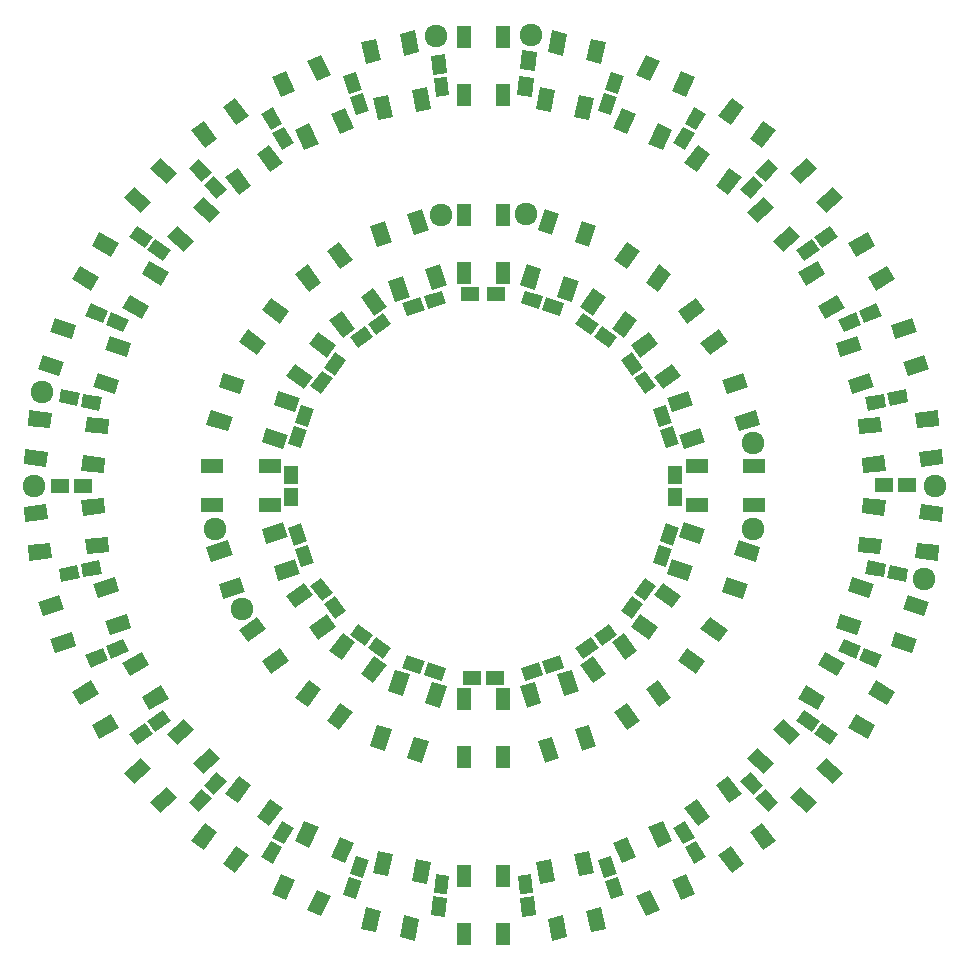
<source format=gts>
G04 #@! TF.FileFunction,Soldermask,Top*
%FSLAX46Y46*%
G04 Gerber Fmt 4.6, Leading zero omitted, Abs format (unit mm)*
G04 Created by KiCad (PCBNEW 4.0.1-stable) date 2/5/2016 11:19:17 AM*
%MOMM*%
G01*
G04 APERTURE LIST*
%ADD10C,0.100000*%
%ADD11R,1.600000X1.150000*%
%ADD12C,1.924000*%
%ADD13R,1.300000X1.900000*%
%ADD14R,1.150000X1.600000*%
%ADD15R,1.600000X1.300000*%
%ADD16R,1.900000X1.300000*%
G04 APERTURE END LIST*
D10*
G36*
X176140988Y-122311469D02*
X175286371Y-123080969D01*
X174215762Y-121891937D01*
X175070379Y-121122437D01*
X176140988Y-122311469D01*
X176140988Y-122311469D01*
G37*
G36*
X174869640Y-120899493D02*
X174015023Y-121668993D01*
X172944414Y-120479961D01*
X173799031Y-119710461D01*
X174869640Y-120899493D01*
X174869640Y-120899493D01*
G37*
G36*
X161968530Y-60426065D02*
X163062245Y-60781435D01*
X162567818Y-62303125D01*
X161474103Y-61947755D01*
X161968530Y-60426065D01*
X161968530Y-60426065D01*
G37*
G36*
X161381398Y-62233073D02*
X162475113Y-62588443D01*
X161980686Y-64110133D01*
X160886971Y-63754763D01*
X161381398Y-62233073D01*
X161381398Y-62233073D01*
G37*
G36*
X169016960Y-63432626D02*
X170012890Y-64007626D01*
X169212890Y-65393266D01*
X168216960Y-64818266D01*
X169016960Y-63432626D01*
X169016960Y-63432626D01*
G37*
G36*
X168066960Y-65078074D02*
X169062890Y-65653074D01*
X168262890Y-67038714D01*
X167266960Y-66463714D01*
X168066960Y-65078074D01*
X168066960Y-65078074D01*
G37*
G36*
X175286266Y-67838936D02*
X176140883Y-68608436D01*
X175070274Y-69797468D01*
X174215657Y-69027968D01*
X175286266Y-67838936D01*
X175286266Y-67838936D01*
G37*
G36*
X174014918Y-69250912D02*
X174869535Y-70020412D01*
X173798926Y-71209444D01*
X172944309Y-70439944D01*
X174014918Y-69250912D01*
X174014918Y-69250912D01*
G37*
G36*
X180502449Y-73452421D02*
X181178402Y-74382791D01*
X179883975Y-75323247D01*
X179208022Y-74392877D01*
X180502449Y-73452421D01*
X180502449Y-73452421D01*
G37*
G36*
X178965317Y-74569213D02*
X179641270Y-75499583D01*
X178346843Y-76440039D01*
X177670890Y-75509669D01*
X178965317Y-74569213D01*
X178965317Y-74569213D01*
G37*
G36*
X184437536Y-80027743D02*
X184905283Y-81078320D01*
X183443610Y-81729099D01*
X182975863Y-80678522D01*
X184437536Y-80027743D01*
X184437536Y-80027743D01*
G37*
G36*
X182701800Y-80800543D02*
X183169547Y-81851120D01*
X181707874Y-82501899D01*
X181240127Y-81451322D01*
X182701800Y-80800543D01*
X182701800Y-80800543D01*
G37*
G36*
X186919544Y-87277529D02*
X187158642Y-88402399D01*
X185593606Y-88735057D01*
X185354508Y-87610187D01*
X186919544Y-87277529D01*
X186919544Y-87277529D01*
G37*
G36*
X185061064Y-87672561D02*
X185300162Y-88797431D01*
X183735126Y-89130089D01*
X183496028Y-88005219D01*
X185061064Y-87672561D01*
X185061064Y-87672561D01*
G37*
D11*
X187039999Y-95459929D03*
X185139999Y-95459929D03*
D10*
G36*
X187158672Y-102517462D02*
X186919574Y-103642332D01*
X185354538Y-103309674D01*
X185593636Y-102184804D01*
X187158672Y-102517462D01*
X187158672Y-102517462D01*
G37*
G36*
X185300192Y-102122430D02*
X185061094Y-103247300D01*
X183496058Y-102914642D01*
X183735156Y-101789772D01*
X185300192Y-102122430D01*
X185300192Y-102122430D01*
G37*
G36*
X184905340Y-109841551D02*
X184437593Y-110892128D01*
X182975920Y-110241349D01*
X183443667Y-109190772D01*
X184905340Y-109841551D01*
X184905340Y-109841551D01*
G37*
G36*
X183169604Y-109068751D02*
X182701857Y-110119328D01*
X181240184Y-109468549D01*
X181707931Y-108417972D01*
X183169604Y-109068751D01*
X183169604Y-109068751D01*
G37*
G36*
X181178485Y-116537094D02*
X180502532Y-117467464D01*
X179208105Y-116527008D01*
X179884058Y-115596638D01*
X181178485Y-116537094D01*
X181178485Y-116537094D01*
G37*
G36*
X179641353Y-115420302D02*
X178965400Y-116350672D01*
X177670973Y-115410216D01*
X178346926Y-114479846D01*
X179641353Y-115420302D01*
X179641353Y-115420302D01*
G37*
G36*
X170013012Y-126912303D02*
X169017082Y-127487303D01*
X168217082Y-126101663D01*
X169213012Y-125526663D01*
X170013012Y-126912303D01*
X170013012Y-126912303D01*
G37*
G36*
X169063012Y-125266855D02*
X168067082Y-125841855D01*
X167267082Y-124456215D01*
X168263012Y-123881215D01*
X169063012Y-125266855D01*
X169063012Y-125266855D01*
G37*
G36*
X163062379Y-130138520D02*
X161968664Y-130493890D01*
X161474237Y-128972200D01*
X162567952Y-128616830D01*
X163062379Y-130138520D01*
X163062379Y-130138520D01*
G37*
G36*
X162475247Y-128331512D02*
X161381532Y-128686882D01*
X160887105Y-127165192D01*
X161980820Y-126809822D01*
X162475247Y-128331512D01*
X162475247Y-128331512D01*
G37*
G36*
X155592866Y-131849119D02*
X154449166Y-131969326D01*
X154281920Y-130378091D01*
X155425620Y-130257884D01*
X155592866Y-131849119D01*
X155592866Y-131849119D01*
G37*
G36*
X155394262Y-129959527D02*
X154250562Y-130079734D01*
X154083316Y-128488499D01*
X155227016Y-128368292D01*
X155394262Y-129959527D01*
X155394262Y-129959527D01*
G37*
G36*
X147930926Y-131969335D02*
X146787226Y-131849128D01*
X146954472Y-130257893D01*
X148098172Y-130378100D01*
X147930926Y-131969335D01*
X147930926Y-131969335D01*
G37*
G36*
X148129530Y-130079743D02*
X146985830Y-129959536D01*
X147153076Y-128368301D01*
X148296776Y-128488508D01*
X148129530Y-130079743D01*
X148129530Y-130079743D01*
G37*
G36*
X140411425Y-130493919D02*
X139317710Y-130138549D01*
X139812137Y-128616859D01*
X140905852Y-128972229D01*
X140411425Y-130493919D01*
X140411425Y-130493919D01*
G37*
G36*
X140998557Y-128686911D02*
X139904842Y-128331541D01*
X140399269Y-126809851D01*
X141492984Y-127165221D01*
X140998557Y-128686911D01*
X140998557Y-128686911D01*
G37*
G36*
X133362998Y-127487350D02*
X132367068Y-126912350D01*
X133167068Y-125526710D01*
X134162998Y-126101710D01*
X133362998Y-127487350D01*
X133362998Y-127487350D01*
G37*
G36*
X134312998Y-125841902D02*
X133317068Y-125266902D01*
X134117068Y-123881262D01*
X135112998Y-124456262D01*
X134312998Y-125841902D01*
X134312998Y-125841902D01*
G37*
G36*
X127093698Y-123081032D02*
X126239081Y-122311532D01*
X127309690Y-121122500D01*
X128164307Y-121892000D01*
X127093698Y-123081032D01*
X127093698Y-123081032D01*
G37*
G36*
X128365046Y-121669056D02*
X127510429Y-120899556D01*
X128581038Y-119710524D01*
X129435655Y-120480024D01*
X128365046Y-121669056D01*
X128365046Y-121669056D01*
G37*
G36*
X121877523Y-117467540D02*
X121201570Y-116537170D01*
X122495997Y-115596714D01*
X123171950Y-116527084D01*
X121877523Y-117467540D01*
X121877523Y-117467540D01*
G37*
G36*
X123414655Y-116350748D02*
X122738702Y-115420378D01*
X124033129Y-114479922D01*
X124709082Y-115410292D01*
X123414655Y-116350748D01*
X123414655Y-116350748D01*
G37*
G36*
X117942444Y-110892214D02*
X117474697Y-109841637D01*
X118936370Y-109190858D01*
X119404117Y-110241435D01*
X117942444Y-110892214D01*
X117942444Y-110892214D01*
G37*
G36*
X119678180Y-110119414D02*
X119210433Y-109068837D01*
X120672106Y-108418058D01*
X121139853Y-109468635D01*
X119678180Y-110119414D01*
X119678180Y-110119414D01*
G37*
G36*
X115460445Y-103642424D02*
X115221347Y-102517554D01*
X116786383Y-102184896D01*
X117025481Y-103309766D01*
X115460445Y-103642424D01*
X115460445Y-103642424D01*
G37*
G36*
X117318925Y-103247392D02*
X117079827Y-102122522D01*
X118644863Y-101789864D01*
X118883961Y-102914734D01*
X117318925Y-103247392D01*
X117318925Y-103247392D01*
G37*
D11*
X115340000Y-95460023D03*
X117240000Y-95460023D03*
D10*
G36*
X115221337Y-88402491D02*
X115460435Y-87277621D01*
X117025471Y-87610279D01*
X116786373Y-88735149D01*
X115221337Y-88402491D01*
X115221337Y-88402491D01*
G37*
G36*
X117079817Y-88797523D02*
X117318915Y-87672653D01*
X118883951Y-88005311D01*
X118644853Y-89130181D01*
X117079817Y-88797523D01*
X117079817Y-88797523D01*
G37*
G36*
X117474678Y-81078405D02*
X117942425Y-80027828D01*
X119404098Y-80678607D01*
X118936351Y-81729184D01*
X117474678Y-81078405D01*
X117474678Y-81078405D01*
G37*
G36*
X119210414Y-81851205D02*
X119678161Y-80800628D01*
X121139834Y-81451407D01*
X120672087Y-82501984D01*
X119210414Y-81851205D01*
X119210414Y-81851205D01*
G37*
G36*
X121201542Y-74382867D02*
X121877495Y-73452497D01*
X123171922Y-74392953D01*
X122495969Y-75323323D01*
X121201542Y-74382867D01*
X121201542Y-74382867D01*
G37*
G36*
X122738674Y-75499659D02*
X123414627Y-74569289D01*
X124709054Y-75509745D01*
X124033101Y-76440115D01*
X122738674Y-75499659D01*
X122738674Y-75499659D01*
G37*
G36*
X126239046Y-68608498D02*
X127093663Y-67838998D01*
X128164272Y-69028030D01*
X127309655Y-69797530D01*
X126239046Y-68608498D01*
X126239046Y-68608498D01*
G37*
G36*
X127510394Y-70020474D02*
X128365011Y-69250974D01*
X129435620Y-70440006D01*
X128581003Y-71209506D01*
X127510394Y-70020474D01*
X127510394Y-70020474D01*
G37*
G36*
X132367028Y-64007673D02*
X133362958Y-63432673D01*
X134162958Y-64818313D01*
X133167028Y-65393313D01*
X132367028Y-64007673D01*
X132367028Y-64007673D01*
G37*
G36*
X133317028Y-65653121D02*
X134312958Y-65078121D01*
X135112958Y-66463761D01*
X134117028Y-67038761D01*
X133317028Y-65653121D01*
X133317028Y-65653121D01*
G37*
G36*
X139317665Y-60781465D02*
X140411380Y-60426095D01*
X140905807Y-61947785D01*
X139812092Y-62303155D01*
X139317665Y-60781465D01*
X139317665Y-60781465D01*
G37*
G36*
X139904797Y-62588473D02*
X140998512Y-62233103D01*
X141492939Y-63754793D01*
X140399224Y-64110163D01*
X139904797Y-62588473D01*
X139904797Y-62588473D01*
G37*
G36*
X146787180Y-59070876D02*
X147930880Y-58950669D01*
X148098126Y-60541904D01*
X146954426Y-60662111D01*
X146787180Y-59070876D01*
X146787180Y-59070876D01*
G37*
G36*
X146985784Y-60960468D02*
X148129484Y-60840261D01*
X148296730Y-62431496D01*
X147153030Y-62551703D01*
X146985784Y-60960468D01*
X146985784Y-60960468D01*
G37*
D12*
X113840000Y-87520000D03*
X155190000Y-57280000D03*
X113170000Y-95510000D03*
X189390000Y-95490000D03*
X188510000Y-103400000D03*
X147200000Y-57400000D03*
D10*
G36*
X155307835Y-62537535D02*
X154014957Y-62401648D01*
X154182203Y-60810413D01*
X155475081Y-60946300D01*
X155307835Y-62537535D01*
X155307835Y-62537535D01*
G37*
G36*
X155537797Y-60349587D02*
X154244919Y-60213700D01*
X154412165Y-58622465D01*
X155705043Y-58758352D01*
X155537797Y-60349587D01*
X155537797Y-60349587D01*
G37*
G36*
X135227192Y-62065556D02*
X134039583Y-62594314D01*
X133266784Y-60858578D01*
X134454393Y-60329820D01*
X135227192Y-62065556D01*
X135227192Y-62065556D01*
G37*
G36*
X138241892Y-60723325D02*
X137054283Y-61252083D01*
X136281484Y-59516347D01*
X137469093Y-58987589D01*
X138241892Y-60723325D01*
X138241892Y-60723325D01*
G37*
G36*
X137220202Y-66541929D02*
X136032593Y-67070687D01*
X135259794Y-65334951D01*
X136447403Y-64806193D01*
X137220202Y-66541929D01*
X137220202Y-66541929D01*
G37*
G36*
X140234902Y-65199698D02*
X139047293Y-65728456D01*
X138274494Y-63992720D01*
X139462103Y-63463962D01*
X140234902Y-65199698D01*
X140234902Y-65199698D01*
G37*
G36*
X128632920Y-66114162D02*
X127581198Y-66878283D01*
X126464406Y-65341150D01*
X127516128Y-64577029D01*
X128632920Y-66114162D01*
X128632920Y-66114162D01*
G37*
G36*
X131302676Y-64174471D02*
X130250954Y-64938592D01*
X129134162Y-63401459D01*
X130185884Y-62637338D01*
X131302676Y-64174471D01*
X131302676Y-64174471D01*
G37*
G36*
X131513068Y-70078345D02*
X130461346Y-70842466D01*
X129344554Y-69305333D01*
X130396276Y-68541212D01*
X131513068Y-70078345D01*
X131513068Y-70078345D01*
G37*
G36*
X134182824Y-68138654D02*
X133131102Y-68902775D01*
X132014310Y-67365642D01*
X133066032Y-66601521D01*
X134182824Y-68138654D01*
X134182824Y-68138654D01*
G37*
G36*
X123024502Y-71445321D02*
X122154633Y-72411409D01*
X120742658Y-71140061D01*
X121612527Y-70173973D01*
X123024502Y-71445321D01*
X123024502Y-71445321D01*
G37*
G36*
X125232633Y-68992943D02*
X124362764Y-69959031D01*
X122950789Y-68687683D01*
X123820658Y-67721595D01*
X125232633Y-68992943D01*
X125232633Y-68992943D01*
G37*
G36*
X126665911Y-74724061D02*
X125796042Y-75690149D01*
X124384067Y-74418801D01*
X125253936Y-73452713D01*
X126665911Y-74724061D01*
X126665911Y-74724061D01*
G37*
G36*
X128874042Y-72271683D02*
X128004173Y-73237771D01*
X126592198Y-71966423D01*
X127462067Y-71000335D01*
X128874042Y-72271683D01*
X128874042Y-72271683D01*
G37*
G36*
X118647052Y-77826038D02*
X117997052Y-78951872D01*
X116351604Y-78001872D01*
X117001604Y-76876038D01*
X118647052Y-77826038D01*
X118647052Y-77826038D01*
G37*
G36*
X120297052Y-74968154D02*
X119647052Y-76093988D01*
X118001604Y-75143988D01*
X118651604Y-74018154D01*
X120297052Y-74968154D01*
X120297052Y-74968154D01*
G37*
G36*
X122890576Y-80276038D02*
X122240576Y-81401872D01*
X120595128Y-80451872D01*
X121245128Y-79326038D01*
X122890576Y-80276038D01*
X122890576Y-80276038D01*
G37*
G36*
X124540576Y-77418154D02*
X123890576Y-78543988D01*
X122245128Y-77593988D01*
X122895128Y-76468154D01*
X124540576Y-77418154D01*
X124540576Y-77418154D01*
G37*
G36*
X115691885Y-84977445D02*
X115290163Y-86213819D01*
X113483155Y-85626687D01*
X113884877Y-84390313D01*
X115691885Y-84977445D01*
X115691885Y-84977445D01*
G37*
G36*
X116711642Y-81838958D02*
X116309920Y-83075332D01*
X114502912Y-82488200D01*
X114904634Y-81251826D01*
X116711642Y-81838958D01*
X116711642Y-81838958D01*
G37*
G36*
X120352062Y-86491628D02*
X119950340Y-87728002D01*
X118143332Y-87140870D01*
X118545054Y-85904496D01*
X120352062Y-86491628D01*
X120352062Y-86491628D01*
G37*
G36*
X121371819Y-83353141D02*
X120970097Y-84589515D01*
X119163089Y-84002383D01*
X119564811Y-82766009D01*
X121371819Y-83353141D01*
X121371819Y-83353141D01*
G37*
G36*
X114288158Y-92586990D02*
X114152271Y-93879868D01*
X112262680Y-93681264D01*
X112398567Y-92388386D01*
X114288158Y-92586990D01*
X114288158Y-92586990D01*
G37*
G36*
X114633102Y-89305068D02*
X114497215Y-90597946D01*
X112607624Y-90399342D01*
X112743511Y-89106464D01*
X114633102Y-89305068D01*
X114633102Y-89305068D01*
G37*
G36*
X119161316Y-93099180D02*
X119025429Y-94392058D01*
X117135838Y-94193454D01*
X117271725Y-92900576D01*
X119161316Y-93099180D01*
X119161316Y-93099180D01*
G37*
G36*
X119506260Y-89817258D02*
X119370373Y-91110136D01*
X117480782Y-90911532D01*
X117616669Y-89618654D01*
X119506260Y-89817258D01*
X119506260Y-89817258D01*
G37*
G36*
X114497220Y-100322100D02*
X114633107Y-101614978D01*
X112743516Y-101813582D01*
X112607629Y-100520704D01*
X114497220Y-100322100D01*
X114497220Y-100322100D01*
G37*
G36*
X114152276Y-97040178D02*
X114288163Y-98333056D01*
X112398572Y-98531660D01*
X112262685Y-97238782D01*
X114152276Y-97040178D01*
X114152276Y-97040178D01*
G37*
G36*
X119370378Y-99809910D02*
X119506265Y-101102788D01*
X117616674Y-101301392D01*
X117480787Y-100008514D01*
X119370378Y-99809910D01*
X119370378Y-99809910D01*
G37*
G36*
X119025434Y-96527988D02*
X119161321Y-97820866D01*
X117271730Y-98019470D01*
X117135843Y-96726592D01*
X119025434Y-96527988D01*
X119025434Y-96527988D01*
G37*
G36*
X116309935Y-107844712D02*
X116711657Y-109081086D01*
X114904649Y-109668218D01*
X114502927Y-108431844D01*
X116309935Y-107844712D01*
X116309935Y-107844712D01*
G37*
G36*
X115290178Y-104706225D02*
X115691900Y-105942599D01*
X113884892Y-106529731D01*
X113483170Y-105293357D01*
X115290178Y-104706225D01*
X115290178Y-104706225D01*
G37*
G36*
X120970112Y-106330529D02*
X121371834Y-107566903D01*
X119564826Y-108154035D01*
X119163104Y-106917661D01*
X120970112Y-106330529D01*
X120970112Y-106330529D01*
G37*
G36*
X119950355Y-103192042D02*
X120352077Y-104428416D01*
X118545069Y-105015548D01*
X118143347Y-103779174D01*
X119950355Y-103192042D01*
X119950355Y-103192042D01*
G37*
G36*
X119647076Y-114826052D02*
X120297076Y-115951886D01*
X118651628Y-116901886D01*
X118001628Y-115776052D01*
X119647076Y-114826052D01*
X119647076Y-114826052D01*
G37*
G36*
X117997076Y-111968168D02*
X118647076Y-113094002D01*
X117001628Y-114044002D01*
X116351628Y-112918168D01*
X117997076Y-111968168D01*
X117997076Y-111968168D01*
G37*
G36*
X123890600Y-112376052D02*
X124540600Y-113501886D01*
X122895152Y-114451886D01*
X122245152Y-113326052D01*
X123890600Y-112376052D01*
X123890600Y-112376052D01*
G37*
G36*
X122240600Y-109518168D02*
X122890600Y-110644002D01*
X121245152Y-111594002D01*
X120595152Y-110468168D01*
X122240600Y-109518168D01*
X122240600Y-109518168D01*
G37*
G36*
X124362796Y-120961003D02*
X125232665Y-121927091D01*
X123820690Y-123198439D01*
X122950821Y-122232351D01*
X124362796Y-120961003D01*
X124362796Y-120961003D01*
G37*
G36*
X122154665Y-118508625D02*
X123024534Y-119474713D01*
X121612559Y-120746061D01*
X120742690Y-119779973D01*
X122154665Y-118508625D01*
X122154665Y-118508625D01*
G37*
G36*
X128004205Y-117682263D02*
X128874074Y-118648351D01*
X127462099Y-119919699D01*
X126592230Y-118953611D01*
X128004205Y-117682263D01*
X128004205Y-117682263D01*
G37*
G36*
X125796074Y-115229885D02*
X126665943Y-116195973D01*
X125253968Y-117467321D01*
X124384099Y-116501233D01*
X125796074Y-115229885D01*
X125796074Y-115229885D01*
G37*
G36*
X130250993Y-125981435D02*
X131302715Y-126745556D01*
X130185923Y-128282689D01*
X129134201Y-127518568D01*
X130250993Y-125981435D01*
X130250993Y-125981435D01*
G37*
G36*
X127581237Y-124041744D02*
X128632959Y-124805865D01*
X127516167Y-126342998D01*
X126464445Y-125578877D01*
X127581237Y-124041744D01*
X127581237Y-124041744D01*
G37*
G36*
X133131141Y-122017252D02*
X134182863Y-122781373D01*
X133066071Y-124318506D01*
X132014349Y-123554385D01*
X133131141Y-122017252D01*
X133131141Y-122017252D01*
G37*
G36*
X130461385Y-120077561D02*
X131513107Y-120841682D01*
X130396315Y-122378815D01*
X129344593Y-121614694D01*
X130461385Y-120077561D01*
X130461385Y-120077561D01*
G37*
G36*
X137054327Y-129667935D02*
X138241936Y-130196693D01*
X137469137Y-131932429D01*
X136281528Y-131403671D01*
X137054327Y-129667935D01*
X137054327Y-129667935D01*
G37*
G36*
X134039627Y-128325704D02*
X135227236Y-128854462D01*
X134454437Y-130590198D01*
X133266828Y-130061440D01*
X134039627Y-128325704D01*
X134039627Y-128325704D01*
G37*
G36*
X139047337Y-125191562D02*
X140234946Y-125720320D01*
X139462147Y-127456056D01*
X138274538Y-126927298D01*
X139047337Y-125191562D01*
X139047337Y-125191562D01*
G37*
G36*
X136032637Y-123849331D02*
X137220246Y-124378089D01*
X136447447Y-126113825D01*
X135259838Y-125585067D01*
X136032637Y-123849331D01*
X136032637Y-123849331D01*
G37*
G36*
X144475458Y-131859382D02*
X145747050Y-132129667D01*
X145352018Y-133988148D01*
X144080426Y-133717863D01*
X144475458Y-131859382D01*
X144475458Y-131859382D01*
G37*
G36*
X141247571Y-131173273D02*
X142519163Y-131443558D01*
X142124131Y-133302039D01*
X140852539Y-133031754D01*
X141247571Y-131173273D01*
X141247571Y-131173273D01*
G37*
G36*
X145494225Y-127066459D02*
X146765817Y-127336744D01*
X146370785Y-129195225D01*
X145099193Y-128924940D01*
X145494225Y-127066459D01*
X145494225Y-127066459D01*
G37*
G36*
X142266338Y-126380350D02*
X143537930Y-126650635D01*
X143142898Y-128509116D01*
X141871306Y-128238831D01*
X142266338Y-126380350D01*
X142266338Y-126380350D01*
G37*
D13*
X152840047Y-133409999D03*
X149540047Y-133409999D03*
X152840047Y-128509999D03*
X149540047Y-128509999D03*
D10*
G36*
X159860929Y-131443538D02*
X161132521Y-131173253D01*
X161527553Y-133031734D01*
X160255961Y-133302019D01*
X159860929Y-131443538D01*
X159860929Y-131443538D01*
G37*
G36*
X156633042Y-132129647D02*
X157904634Y-131859362D01*
X158299666Y-133717843D01*
X157028074Y-133988128D01*
X156633042Y-132129647D01*
X156633042Y-132129647D01*
G37*
G36*
X158842162Y-126650615D02*
X160113754Y-126380330D01*
X160508786Y-128238811D01*
X159237194Y-128509096D01*
X158842162Y-126650615D01*
X158842162Y-126650615D01*
G37*
G36*
X155614275Y-127336724D02*
X156885867Y-127066439D01*
X157280899Y-128924920D01*
X156009307Y-129195205D01*
X155614275Y-127336724D01*
X155614275Y-127336724D01*
G37*
G36*
X167152851Y-128854423D02*
X168340460Y-128325665D01*
X169113259Y-130061401D01*
X167925650Y-130590159D01*
X167152851Y-128854423D01*
X167152851Y-128854423D01*
G37*
G36*
X164138151Y-130196654D02*
X165325760Y-129667896D01*
X166098559Y-131403632D01*
X164910950Y-131932390D01*
X164138151Y-130196654D01*
X164138151Y-130196654D01*
G37*
G36*
X165159841Y-124378050D02*
X166347450Y-123849292D01*
X167120249Y-125585028D01*
X165932640Y-126113786D01*
X165159841Y-124378050D01*
X165159841Y-124378050D01*
G37*
G36*
X162145141Y-125720281D02*
X163332750Y-125191523D01*
X164105549Y-126927259D01*
X162917940Y-127456017D01*
X162145141Y-125720281D01*
X162145141Y-125720281D01*
G37*
G36*
X179355529Y-119474642D02*
X180225398Y-118508554D01*
X181637373Y-119779902D01*
X180767504Y-120745990D01*
X179355529Y-119474642D01*
X179355529Y-119474642D01*
G37*
G36*
X177147398Y-121927020D02*
X178017267Y-120960932D01*
X179429242Y-122232280D01*
X178559373Y-123198368D01*
X177147398Y-121927020D01*
X177147398Y-121927020D01*
G37*
G36*
X175714120Y-116195902D02*
X176583989Y-115229814D01*
X177995964Y-116501162D01*
X177126095Y-117467250D01*
X175714120Y-116195902D01*
X175714120Y-116195902D01*
G37*
G36*
X173505989Y-118648280D02*
X174375858Y-117682192D01*
X175787833Y-118953540D01*
X174917964Y-119919628D01*
X173505989Y-118648280D01*
X173505989Y-118648280D01*
G37*
G36*
X183732971Y-113093919D02*
X184382971Y-111968085D01*
X186028419Y-112918085D01*
X185378419Y-114043919D01*
X183732971Y-113093919D01*
X183732971Y-113093919D01*
G37*
G36*
X182082971Y-115951803D02*
X182732971Y-114825969D01*
X184378419Y-115775969D01*
X183728419Y-116901803D01*
X182082971Y-115951803D01*
X182082971Y-115951803D01*
G37*
G36*
X179489447Y-110643919D02*
X180139447Y-109518085D01*
X181784895Y-110468085D01*
X181134895Y-111593919D01*
X179489447Y-110643919D01*
X179489447Y-110643919D01*
G37*
G36*
X177839447Y-113501803D02*
X178489447Y-112375969D01*
X180134895Y-113325969D01*
X179484895Y-114451803D01*
X177839447Y-113501803D01*
X177839447Y-113501803D01*
G37*
G36*
X186688129Y-105942508D02*
X187089851Y-104706134D01*
X188896859Y-105293266D01*
X188495137Y-106529640D01*
X186688129Y-105942508D01*
X186688129Y-105942508D01*
G37*
G36*
X185668372Y-109080995D02*
X186070094Y-107844621D01*
X187877102Y-108431753D01*
X187475380Y-109668127D01*
X185668372Y-109080995D01*
X185668372Y-109080995D01*
G37*
G36*
X182027952Y-104428325D02*
X182429674Y-103191951D01*
X184236682Y-103779083D01*
X183834960Y-105015457D01*
X182027952Y-104428325D01*
X182027952Y-104428325D01*
G37*
G36*
X181008195Y-107566812D02*
X181409917Y-106330438D01*
X183216925Y-106917570D01*
X182815203Y-108153944D01*
X181008195Y-107566812D01*
X181008195Y-107566812D01*
G37*
G36*
X188091846Y-98332961D02*
X188227733Y-97040083D01*
X190117324Y-97238687D01*
X189981437Y-98531565D01*
X188091846Y-98332961D01*
X188091846Y-98332961D01*
G37*
G36*
X187746902Y-101614883D02*
X187882789Y-100322005D01*
X189772380Y-100520609D01*
X189636493Y-101813487D01*
X187746902Y-101614883D01*
X187746902Y-101614883D01*
G37*
G36*
X183218688Y-97820771D02*
X183354575Y-96527893D01*
X185244166Y-96726497D01*
X185108279Y-98019375D01*
X183218688Y-97820771D01*
X183218688Y-97820771D01*
G37*
G36*
X182873744Y-101102693D02*
X183009631Y-99809815D01*
X184899222Y-100008419D01*
X184763335Y-101301297D01*
X182873744Y-101102693D01*
X182873744Y-101102693D01*
G37*
G36*
X187882774Y-90597851D02*
X187746887Y-89304973D01*
X189636478Y-89106369D01*
X189772365Y-90399247D01*
X187882774Y-90597851D01*
X187882774Y-90597851D01*
G37*
G36*
X188227718Y-93879773D02*
X188091831Y-92586895D01*
X189981422Y-92388291D01*
X190117309Y-93681169D01*
X188227718Y-93879773D01*
X188227718Y-93879773D01*
G37*
G36*
X183009616Y-91110041D02*
X182873729Y-89817163D01*
X184763320Y-89618559D01*
X184899207Y-90911437D01*
X183009616Y-91110041D01*
X183009616Y-91110041D01*
G37*
G36*
X183354560Y-94391963D02*
X183218673Y-93099085D01*
X185108264Y-92900481D01*
X185244151Y-94193359D01*
X183354560Y-94391963D01*
X183354560Y-94391963D01*
G37*
G36*
X186070049Y-83075241D02*
X185668327Y-81838867D01*
X187475335Y-81251735D01*
X187877057Y-82488109D01*
X186070049Y-83075241D01*
X186070049Y-83075241D01*
G37*
G36*
X187089806Y-86213728D02*
X186688084Y-84977354D01*
X188495092Y-84390222D01*
X188896814Y-85626596D01*
X187089806Y-86213728D01*
X187089806Y-86213728D01*
G37*
G36*
X181409872Y-84589424D02*
X181008150Y-83353050D01*
X182815158Y-82765918D01*
X183216880Y-84002292D01*
X181409872Y-84589424D01*
X181409872Y-84589424D01*
G37*
G36*
X182429629Y-87727911D02*
X182027907Y-86491537D01*
X183834915Y-85904405D01*
X184236637Y-87140779D01*
X182429629Y-87727911D01*
X182429629Y-87727911D01*
G37*
G36*
X178017171Y-69958960D02*
X177147302Y-68992872D01*
X178559277Y-67721524D01*
X179429146Y-68687612D01*
X178017171Y-69958960D01*
X178017171Y-69958960D01*
G37*
G36*
X180225302Y-72411338D02*
X179355433Y-71445250D01*
X180767408Y-70173902D01*
X181637277Y-71139990D01*
X180225302Y-72411338D01*
X180225302Y-72411338D01*
G37*
G36*
X174375762Y-73237700D02*
X173505893Y-72271612D01*
X174917868Y-71000264D01*
X175787737Y-71966352D01*
X174375762Y-73237700D01*
X174375762Y-73237700D01*
G37*
G36*
X176583893Y-75690078D02*
X175714024Y-74723990D01*
X177125999Y-73452642D01*
X177995868Y-74418730D01*
X176583893Y-75690078D01*
X176583893Y-75690078D01*
G37*
G36*
X172128967Y-64938536D02*
X171077245Y-64174415D01*
X172194037Y-62637282D01*
X173245759Y-63401403D01*
X172128967Y-64938536D01*
X172128967Y-64938536D01*
G37*
G36*
X174798723Y-66878227D02*
X173747001Y-66114106D01*
X174863793Y-64576973D01*
X175915515Y-65341094D01*
X174798723Y-66878227D01*
X174798723Y-66878227D01*
G37*
G36*
X169248819Y-68902719D02*
X168197097Y-68138598D01*
X169313889Y-66601465D01*
X170365611Y-67365586D01*
X169248819Y-68902719D01*
X169248819Y-68902719D01*
G37*
G36*
X171918575Y-70842410D02*
X170866853Y-70078289D01*
X171983645Y-68541156D01*
X173035367Y-69305277D01*
X171918575Y-70842410D01*
X171918575Y-70842410D01*
G37*
G36*
X165325629Y-61252044D02*
X164138020Y-60723286D01*
X164910819Y-58987550D01*
X166098428Y-59516308D01*
X165325629Y-61252044D01*
X165325629Y-61252044D01*
G37*
G36*
X168340329Y-62594275D02*
X167152720Y-62065517D01*
X167925519Y-60329781D01*
X169113128Y-60858539D01*
X168340329Y-62594275D01*
X168340329Y-62594275D01*
G37*
G36*
X163332619Y-65728417D02*
X162145010Y-65199659D01*
X162917809Y-63463923D01*
X164105418Y-63992681D01*
X163332619Y-65728417D01*
X163332619Y-65728417D01*
G37*
G36*
X166347319Y-67070648D02*
X165159710Y-66541890D01*
X165932509Y-64806154D01*
X167120118Y-65334912D01*
X166347319Y-67070648D01*
X166347319Y-67070648D01*
G37*
G36*
X157904494Y-59060607D02*
X156632902Y-58790322D01*
X157027934Y-56931841D01*
X158299526Y-57202126D01*
X157904494Y-59060607D01*
X157904494Y-59060607D01*
G37*
G36*
X161132381Y-59746716D02*
X159860789Y-59476431D01*
X160255821Y-57617950D01*
X161527413Y-57888235D01*
X161132381Y-59746716D01*
X161132381Y-59746716D01*
G37*
G36*
X156885727Y-63853530D02*
X155614135Y-63583245D01*
X156009167Y-61724764D01*
X157280759Y-61995049D01*
X156885727Y-63853530D01*
X156885727Y-63853530D01*
G37*
G36*
X160113614Y-64539639D02*
X158842022Y-64269354D01*
X159237054Y-62410873D01*
X160508646Y-62681158D01*
X160113614Y-64539639D01*
X160113614Y-64539639D01*
G37*
G36*
X173747117Y-124805809D02*
X174798839Y-124041688D01*
X175915631Y-125578821D01*
X174863909Y-126342942D01*
X173747117Y-124805809D01*
X173747117Y-124805809D01*
G37*
G36*
X171077361Y-126745500D02*
X172129083Y-125981379D01*
X173245875Y-127518512D01*
X172194153Y-128282633D01*
X171077361Y-126745500D01*
X171077361Y-126745500D01*
G37*
G36*
X170866969Y-120841626D02*
X171918691Y-120077505D01*
X173035483Y-121614638D01*
X171983761Y-122378759D01*
X170866969Y-120841626D01*
X170866969Y-120841626D01*
G37*
G36*
X168197213Y-122781317D02*
X169248935Y-122017196D01*
X170365727Y-123554329D01*
X169314005Y-124318450D01*
X168197213Y-122781317D01*
X168197213Y-122781317D01*
G37*
G36*
X182732900Y-76093906D02*
X182082900Y-74968072D01*
X183728348Y-74018072D01*
X184378348Y-75143906D01*
X182732900Y-76093906D01*
X182732900Y-76093906D01*
G37*
G36*
X184382900Y-78951790D02*
X183732900Y-77825956D01*
X185378348Y-76875956D01*
X186028348Y-78001790D01*
X184382900Y-78951790D01*
X184382900Y-78951790D01*
G37*
G36*
X178489376Y-78543906D02*
X177839376Y-77418072D01*
X179484824Y-76468072D01*
X180134824Y-77593906D01*
X178489376Y-78543906D01*
X178489376Y-78543906D01*
G37*
G36*
X180139376Y-81401790D02*
X179489376Y-80275956D01*
X181134824Y-79325956D01*
X181784824Y-80451790D01*
X180139376Y-81401790D01*
X180139376Y-81401790D01*
G37*
D13*
X149540000Y-57510000D03*
X152840000Y-57510000D03*
X149540000Y-62410000D03*
X152840000Y-62410000D03*
D10*
G36*
X142519116Y-59476451D02*
X141247524Y-59746736D01*
X140852492Y-57888255D01*
X142124084Y-57617970D01*
X142519116Y-59476451D01*
X142519116Y-59476451D01*
G37*
G36*
X145747003Y-58790342D02*
X144475411Y-59060627D01*
X144080379Y-57202146D01*
X145351971Y-56931861D01*
X145747003Y-58790342D01*
X145747003Y-58790342D01*
G37*
G36*
X143537883Y-64269374D02*
X142266291Y-64539659D01*
X141871259Y-62681178D01*
X143142851Y-62410893D01*
X143537883Y-64269374D01*
X143537883Y-64269374D01*
G37*
G36*
X146765770Y-63583265D02*
X145494178Y-63853550D01*
X145099146Y-61995069D01*
X146370738Y-61724784D01*
X146765770Y-63583265D01*
X146765770Y-63583265D01*
G37*
G36*
X154357966Y-80046078D02*
X154713336Y-78952363D01*
X156235026Y-79446790D01*
X155879656Y-80540505D01*
X154357966Y-80046078D01*
X154357966Y-80046078D01*
G37*
G36*
X156164974Y-80633210D02*
X156520344Y-79539495D01*
X158042034Y-80033922D01*
X157686664Y-81127637D01*
X156164974Y-80633210D01*
X156164974Y-80633210D01*
G37*
G36*
X158976244Y-81776561D02*
X159652197Y-80846191D01*
X160946624Y-81786647D01*
X160270671Y-82717017D01*
X158976244Y-81776561D01*
X158976244Y-81776561D01*
G37*
G36*
X160513376Y-82893353D02*
X161189329Y-81962983D01*
X162483756Y-82903439D01*
X161807803Y-83833809D01*
X160513376Y-82893353D01*
X160513376Y-82893353D01*
G37*
G36*
X162836191Y-84862197D02*
X163766561Y-84186244D01*
X164707017Y-85480671D01*
X163776647Y-86156624D01*
X162836191Y-84862197D01*
X162836191Y-84862197D01*
G37*
G36*
X163952983Y-86399329D02*
X164883353Y-85723376D01*
X165823809Y-87017803D01*
X164893439Y-87693756D01*
X163952983Y-86399329D01*
X163952983Y-86399329D01*
G37*
G36*
X165542363Y-88983336D02*
X166636078Y-88627966D01*
X167130505Y-90149656D01*
X166036790Y-90505026D01*
X165542363Y-88983336D01*
X165542363Y-88983336D01*
G37*
G36*
X166129495Y-90790344D02*
X167223210Y-90434974D01*
X167717637Y-91956664D01*
X166623922Y-92312034D01*
X166129495Y-90790344D01*
X166129495Y-90790344D01*
G37*
D14*
X167430000Y-94540000D03*
X167430000Y-96440000D03*
D10*
G36*
X166623922Y-98667966D02*
X167717637Y-99023336D01*
X167223210Y-100545026D01*
X166129495Y-100189656D01*
X166623922Y-98667966D01*
X166623922Y-98667966D01*
G37*
G36*
X166036790Y-100474974D02*
X167130505Y-100830344D01*
X166636078Y-102352034D01*
X165542363Y-101996664D01*
X166036790Y-100474974D01*
X166036790Y-100474974D01*
G37*
G36*
X164883439Y-103276244D02*
X165813809Y-103952197D01*
X164873353Y-105246624D01*
X163942983Y-104570671D01*
X164883439Y-103276244D01*
X164883439Y-103276244D01*
G37*
G36*
X163766647Y-104813376D02*
X164697017Y-105489329D01*
X163756561Y-106783756D01*
X162826191Y-106107803D01*
X163766647Y-104813376D01*
X163766647Y-104813376D01*
G37*
G36*
X161807803Y-107146191D02*
X162483756Y-108076561D01*
X161189329Y-109017017D01*
X160513376Y-108086647D01*
X161807803Y-107146191D01*
X161807803Y-107146191D01*
G37*
G36*
X160270671Y-108262983D02*
X160946624Y-109193353D01*
X159652197Y-110133809D01*
X158976244Y-109203439D01*
X160270671Y-108262983D01*
X160270671Y-108262983D01*
G37*
G36*
X157686664Y-109852363D02*
X158042034Y-110946078D01*
X156520344Y-111440505D01*
X156164974Y-110346790D01*
X157686664Y-109852363D01*
X157686664Y-109852363D01*
G37*
G36*
X155879656Y-110439495D02*
X156235026Y-111533210D01*
X154713336Y-112027637D01*
X154357966Y-110933922D01*
X155879656Y-110439495D01*
X155879656Y-110439495D01*
G37*
D11*
X152130000Y-111740000D03*
X150230000Y-111740000D03*
D10*
G36*
X148002034Y-110933922D02*
X147646664Y-112027637D01*
X146124974Y-111533210D01*
X146480344Y-110439495D01*
X148002034Y-110933922D01*
X148002034Y-110933922D01*
G37*
G36*
X146195026Y-110346790D02*
X145839656Y-111440505D01*
X144317966Y-110946078D01*
X144673336Y-109852363D01*
X146195026Y-110346790D01*
X146195026Y-110346790D01*
G37*
G36*
X143383756Y-109203439D02*
X142707803Y-110133809D01*
X141413376Y-109193353D01*
X142089329Y-108262983D01*
X143383756Y-109203439D01*
X143383756Y-109203439D01*
G37*
G36*
X141846624Y-108086647D02*
X141170671Y-109017017D01*
X139876244Y-108076561D01*
X140552197Y-107146191D01*
X141846624Y-108086647D01*
X141846624Y-108086647D01*
G37*
G36*
X139523809Y-106117803D02*
X138593439Y-106793756D01*
X137652983Y-105499329D01*
X138583353Y-104823376D01*
X139523809Y-106117803D01*
X139523809Y-106117803D01*
G37*
G36*
X138407017Y-104580671D02*
X137476647Y-105256624D01*
X136536191Y-103962197D01*
X137466561Y-103286244D01*
X138407017Y-104580671D01*
X138407017Y-104580671D01*
G37*
G36*
X136817637Y-101996664D02*
X135723922Y-102352034D01*
X135229495Y-100830344D01*
X136323210Y-100474974D01*
X136817637Y-101996664D01*
X136817637Y-101996664D01*
G37*
G36*
X136230505Y-100189656D02*
X135136790Y-100545026D01*
X134642363Y-99023336D01*
X135736078Y-98667966D01*
X136230505Y-100189656D01*
X136230505Y-100189656D01*
G37*
D14*
X134930000Y-96440000D03*
X134930000Y-94540000D03*
D10*
G36*
X135736078Y-92312034D02*
X134642363Y-91956664D01*
X135136790Y-90434974D01*
X136230505Y-90790344D01*
X135736078Y-92312034D01*
X135736078Y-92312034D01*
G37*
G36*
X136323210Y-90505026D02*
X135229495Y-90149656D01*
X135723922Y-88627966D01*
X136817637Y-88983336D01*
X136323210Y-90505026D01*
X136323210Y-90505026D01*
G37*
G36*
X137466561Y-87693756D02*
X136536191Y-87017803D01*
X137476647Y-85723376D01*
X138407017Y-86399329D01*
X137466561Y-87693756D01*
X137466561Y-87693756D01*
G37*
G36*
X138583353Y-86156624D02*
X137652983Y-85480671D01*
X138593439Y-84186244D01*
X139523809Y-84862197D01*
X138583353Y-86156624D01*
X138583353Y-86156624D01*
G37*
G36*
X140552197Y-83833809D02*
X139876244Y-82903439D01*
X141170671Y-81962983D01*
X141846624Y-82893353D01*
X140552197Y-83833809D01*
X140552197Y-83833809D01*
G37*
G36*
X142089329Y-82717017D02*
X141413376Y-81786647D01*
X142707803Y-80846191D01*
X143383756Y-81776561D01*
X142089329Y-82717017D01*
X142089329Y-82717017D01*
G37*
G36*
X144673336Y-81127637D02*
X144317966Y-80033922D01*
X145839656Y-79539495D01*
X146195026Y-80633210D01*
X144673336Y-81127637D01*
X144673336Y-81127637D01*
G37*
G36*
X146480344Y-80540505D02*
X146124974Y-79446790D01*
X147646664Y-78952363D01*
X148002034Y-80046078D01*
X146480344Y-80540505D01*
X146480344Y-80540505D01*
G37*
D12*
X154820000Y-72510000D03*
X130720000Y-105940000D03*
X128420000Y-99110000D03*
X147570000Y-72570000D03*
X174000000Y-99110000D03*
X174020000Y-91870000D03*
D15*
X150080000Y-79240000D03*
X152280000Y-79240000D03*
D13*
X149530000Y-72540000D03*
X152830000Y-72540000D03*
X149530000Y-77440000D03*
X152830000Y-77440000D03*
D10*
G36*
X157022469Y-74254398D02*
X155786095Y-73852676D01*
X156373227Y-72045668D01*
X157609601Y-72447390D01*
X157022469Y-74254398D01*
X157022469Y-74254398D01*
G37*
G36*
X160160956Y-75274155D02*
X158924582Y-74872433D01*
X159511714Y-73065425D01*
X160748088Y-73467147D01*
X160160956Y-75274155D01*
X160160956Y-75274155D01*
G37*
G36*
X155508286Y-78914575D02*
X154271912Y-78512853D01*
X154859044Y-76705845D01*
X156095418Y-77107567D01*
X155508286Y-78914575D01*
X155508286Y-78914575D01*
G37*
G36*
X158646773Y-79934332D02*
X157410399Y-79532610D01*
X157997531Y-77725602D01*
X159233905Y-78127324D01*
X158646773Y-79934332D01*
X158646773Y-79934332D01*
G37*
G36*
X163302661Y-77108690D02*
X162250939Y-76344569D01*
X163367731Y-74807436D01*
X164419453Y-75571557D01*
X163302661Y-77108690D01*
X163302661Y-77108690D01*
G37*
G36*
X165972417Y-79048381D02*
X164920695Y-78284260D01*
X166037487Y-76747127D01*
X167089209Y-77511248D01*
X165972417Y-79048381D01*
X165972417Y-79048381D01*
G37*
G36*
X160422513Y-81072873D02*
X159370791Y-80308752D01*
X160487583Y-78771619D01*
X161539305Y-79535740D01*
X160422513Y-81072873D01*
X160422513Y-81072873D01*
G37*
G36*
X163092269Y-83012564D02*
X162040547Y-82248443D01*
X163157339Y-80711310D01*
X164209061Y-81475431D01*
X163092269Y-83012564D01*
X163092269Y-83012564D01*
G37*
G36*
X168385740Y-81749305D02*
X167621619Y-80697583D01*
X169158752Y-79580791D01*
X169922873Y-80632513D01*
X168385740Y-81749305D01*
X168385740Y-81749305D01*
G37*
G36*
X170325431Y-84419061D02*
X169561310Y-83367339D01*
X171098443Y-82250547D01*
X171862564Y-83302269D01*
X170325431Y-84419061D01*
X170325431Y-84419061D01*
G37*
G36*
X164421557Y-84629453D02*
X163657436Y-83577731D01*
X165194569Y-82460939D01*
X165958690Y-83512661D01*
X164421557Y-84629453D01*
X164421557Y-84629453D01*
G37*
G36*
X166361248Y-87299209D02*
X165597127Y-86247487D01*
X167134260Y-85130695D01*
X167898381Y-86182417D01*
X166361248Y-87299209D01*
X166361248Y-87299209D01*
G37*
G36*
X171797567Y-87745418D02*
X171395845Y-86509044D01*
X173202853Y-85921912D01*
X173604575Y-87158286D01*
X171797567Y-87745418D01*
X171797567Y-87745418D01*
G37*
G36*
X172817324Y-90883905D02*
X172415602Y-89647531D01*
X174222610Y-89060399D01*
X174624332Y-90296773D01*
X172817324Y-90883905D01*
X172817324Y-90883905D01*
G37*
G36*
X167137390Y-89259601D02*
X166735668Y-88023227D01*
X168542676Y-87436095D01*
X168944398Y-88672469D01*
X167137390Y-89259601D01*
X167137390Y-89259601D01*
G37*
G36*
X168157147Y-92398088D02*
X167755425Y-91161714D01*
X169562433Y-90574582D01*
X169964155Y-91810956D01*
X168157147Y-92398088D01*
X168157147Y-92398088D01*
G37*
D16*
X174130000Y-93840000D03*
X174130000Y-97140000D03*
X169230000Y-93840000D03*
X169230000Y-97140000D03*
D10*
G36*
X172415602Y-101332469D02*
X172817324Y-100096095D01*
X174624332Y-100683227D01*
X174222610Y-101919601D01*
X172415602Y-101332469D01*
X172415602Y-101332469D01*
G37*
G36*
X171395845Y-104470956D02*
X171797567Y-103234582D01*
X173604575Y-103821714D01*
X173202853Y-105058088D01*
X171395845Y-104470956D01*
X171395845Y-104470956D01*
G37*
G36*
X167755425Y-99818286D02*
X168157147Y-98581912D01*
X169964155Y-99169044D01*
X169562433Y-100405418D01*
X167755425Y-99818286D01*
X167755425Y-99818286D01*
G37*
G36*
X166735668Y-102956773D02*
X167137390Y-101720399D01*
X168944398Y-102307531D01*
X168542676Y-103543905D01*
X166735668Y-102956773D01*
X166735668Y-102956773D01*
G37*
G36*
X169561310Y-107612661D02*
X170325431Y-106560939D01*
X171862564Y-107677731D01*
X171098443Y-108729453D01*
X169561310Y-107612661D01*
X169561310Y-107612661D01*
G37*
G36*
X167621619Y-110282417D02*
X168385740Y-109230695D01*
X169922873Y-110347487D01*
X169158752Y-111399209D01*
X167621619Y-110282417D01*
X167621619Y-110282417D01*
G37*
G36*
X165597127Y-104732513D02*
X166361248Y-103680791D01*
X167898381Y-104797583D01*
X167134260Y-105849305D01*
X165597127Y-104732513D01*
X165597127Y-104732513D01*
G37*
G36*
X163657436Y-107402269D02*
X164421557Y-106350547D01*
X165958690Y-107467339D01*
X165194569Y-108519061D01*
X163657436Y-107402269D01*
X163657436Y-107402269D01*
G37*
G36*
X164920695Y-112695740D02*
X165972417Y-111931619D01*
X167089209Y-113468752D01*
X166037487Y-114232873D01*
X164920695Y-112695740D01*
X164920695Y-112695740D01*
G37*
G36*
X162250939Y-114635431D02*
X163302661Y-113871310D01*
X164419453Y-115408443D01*
X163367731Y-116172564D01*
X162250939Y-114635431D01*
X162250939Y-114635431D01*
G37*
G36*
X162040547Y-108731557D02*
X163092269Y-107967436D01*
X164209061Y-109504569D01*
X163157339Y-110268690D01*
X162040547Y-108731557D01*
X162040547Y-108731557D01*
G37*
G36*
X159370791Y-110671248D02*
X160422513Y-109907127D01*
X161539305Y-111444260D01*
X160487583Y-112208381D01*
X159370791Y-110671248D01*
X159370791Y-110671248D01*
G37*
G36*
X158924582Y-116107567D02*
X160160956Y-115705845D01*
X160748088Y-117512853D01*
X159511714Y-117914575D01*
X158924582Y-116107567D01*
X158924582Y-116107567D01*
G37*
G36*
X155786095Y-117127324D02*
X157022469Y-116725602D01*
X157609601Y-118532610D01*
X156373227Y-118934332D01*
X155786095Y-117127324D01*
X155786095Y-117127324D01*
G37*
G36*
X157410399Y-111447390D02*
X158646773Y-111045668D01*
X159233905Y-112852676D01*
X157997531Y-113254398D01*
X157410399Y-111447390D01*
X157410399Y-111447390D01*
G37*
G36*
X154271912Y-112467147D02*
X155508286Y-112065425D01*
X156095418Y-113872433D01*
X154859044Y-114274155D01*
X154271912Y-112467147D01*
X154271912Y-112467147D01*
G37*
D13*
X152830000Y-118440000D03*
X149530000Y-118440000D03*
X152830000Y-113540000D03*
X149530000Y-113540000D03*
D10*
G36*
X145337531Y-116725602D02*
X146573905Y-117127324D01*
X145986773Y-118934332D01*
X144750399Y-118532610D01*
X145337531Y-116725602D01*
X145337531Y-116725602D01*
G37*
G36*
X142199044Y-115705845D02*
X143435418Y-116107567D01*
X142848286Y-117914575D01*
X141611912Y-117512853D01*
X142199044Y-115705845D01*
X142199044Y-115705845D01*
G37*
G36*
X146851714Y-112065425D02*
X148088088Y-112467147D01*
X147500956Y-114274155D01*
X146264582Y-113872433D01*
X146851714Y-112065425D01*
X146851714Y-112065425D01*
G37*
G36*
X143713227Y-111045668D02*
X144949601Y-111447390D01*
X144362469Y-113254398D01*
X143126095Y-112852676D01*
X143713227Y-111045668D01*
X143713227Y-111045668D01*
G37*
G36*
X139057339Y-113871310D02*
X140109061Y-114635431D01*
X138992269Y-116172564D01*
X137940547Y-115408443D01*
X139057339Y-113871310D01*
X139057339Y-113871310D01*
G37*
G36*
X136387583Y-111931619D02*
X137439305Y-112695740D01*
X136322513Y-114232873D01*
X135270791Y-113468752D01*
X136387583Y-111931619D01*
X136387583Y-111931619D01*
G37*
G36*
X141937487Y-109907127D02*
X142989209Y-110671248D01*
X141872417Y-112208381D01*
X140820695Y-111444260D01*
X141937487Y-109907127D01*
X141937487Y-109907127D01*
G37*
G36*
X139267731Y-107967436D02*
X140319453Y-108731557D01*
X139202661Y-110268690D01*
X138150939Y-109504569D01*
X139267731Y-107967436D01*
X139267731Y-107967436D01*
G37*
G36*
X133974260Y-109230695D02*
X134738381Y-110282417D01*
X133201248Y-111399209D01*
X132437127Y-110347487D01*
X133974260Y-109230695D01*
X133974260Y-109230695D01*
G37*
G36*
X132034569Y-106560939D02*
X132798690Y-107612661D01*
X131261557Y-108729453D01*
X130497436Y-107677731D01*
X132034569Y-106560939D01*
X132034569Y-106560939D01*
G37*
G36*
X137938443Y-106350547D02*
X138702564Y-107402269D01*
X137165431Y-108519061D01*
X136401310Y-107467339D01*
X137938443Y-106350547D01*
X137938443Y-106350547D01*
G37*
G36*
X135998752Y-103680791D02*
X136762873Y-104732513D01*
X135225740Y-105849305D01*
X134461619Y-104797583D01*
X135998752Y-103680791D01*
X135998752Y-103680791D01*
G37*
G36*
X130562433Y-103234582D02*
X130964155Y-104470956D01*
X129157147Y-105058088D01*
X128755425Y-103821714D01*
X130562433Y-103234582D01*
X130562433Y-103234582D01*
G37*
G36*
X129542676Y-100096095D02*
X129944398Y-101332469D01*
X128137390Y-101919601D01*
X127735668Y-100683227D01*
X129542676Y-100096095D01*
X129542676Y-100096095D01*
G37*
G36*
X135222610Y-101720399D02*
X135624332Y-102956773D01*
X133817324Y-103543905D01*
X133415602Y-102307531D01*
X135222610Y-101720399D01*
X135222610Y-101720399D01*
G37*
G36*
X134202853Y-98581912D02*
X134604575Y-99818286D01*
X132797567Y-100405418D01*
X132395845Y-99169044D01*
X134202853Y-98581912D01*
X134202853Y-98581912D01*
G37*
D16*
X128230000Y-97140000D03*
X128230000Y-93840000D03*
X133130000Y-97140000D03*
X133130000Y-93840000D03*
D10*
G36*
X129944398Y-89647531D02*
X129542676Y-90883905D01*
X127735668Y-90296773D01*
X128137390Y-89060399D01*
X129944398Y-89647531D01*
X129944398Y-89647531D01*
G37*
G36*
X130964155Y-86509044D02*
X130562433Y-87745418D01*
X128755425Y-87158286D01*
X129157147Y-85921912D01*
X130964155Y-86509044D01*
X130964155Y-86509044D01*
G37*
G36*
X134604575Y-91161714D02*
X134202853Y-92398088D01*
X132395845Y-91810956D01*
X132797567Y-90574582D01*
X134604575Y-91161714D01*
X134604575Y-91161714D01*
G37*
G36*
X135624332Y-88023227D02*
X135222610Y-89259601D01*
X133415602Y-88672469D01*
X133817324Y-87436095D01*
X135624332Y-88023227D01*
X135624332Y-88023227D01*
G37*
G36*
X132798690Y-83367339D02*
X132034569Y-84419061D01*
X130497436Y-83302269D01*
X131261557Y-82250547D01*
X132798690Y-83367339D01*
X132798690Y-83367339D01*
G37*
G36*
X134738381Y-80697583D02*
X133974260Y-81749305D01*
X132437127Y-80632513D01*
X133201248Y-79580791D01*
X134738381Y-80697583D01*
X134738381Y-80697583D01*
G37*
G36*
X136762873Y-86247487D02*
X135998752Y-87299209D01*
X134461619Y-86182417D01*
X135225740Y-85130695D01*
X136762873Y-86247487D01*
X136762873Y-86247487D01*
G37*
G36*
X138702564Y-83577731D02*
X137938443Y-84629453D01*
X136401310Y-83512661D01*
X137165431Y-82460939D01*
X138702564Y-83577731D01*
X138702564Y-83577731D01*
G37*
G36*
X137439305Y-78284260D02*
X136387583Y-79048381D01*
X135270791Y-77511248D01*
X136322513Y-76747127D01*
X137439305Y-78284260D01*
X137439305Y-78284260D01*
G37*
G36*
X140109061Y-76344569D02*
X139057339Y-77108690D01*
X137940547Y-75571557D01*
X138992269Y-74807436D01*
X140109061Y-76344569D01*
X140109061Y-76344569D01*
G37*
G36*
X140319453Y-82248443D02*
X139267731Y-83012564D01*
X138150939Y-81475431D01*
X139202661Y-80711310D01*
X140319453Y-82248443D01*
X140319453Y-82248443D01*
G37*
G36*
X142989209Y-80308752D02*
X141937487Y-81072873D01*
X140820695Y-79535740D01*
X141872417Y-78771619D01*
X142989209Y-80308752D01*
X142989209Y-80308752D01*
G37*
G36*
X143435418Y-74872433D02*
X142199044Y-75274155D01*
X141611912Y-73467147D01*
X142848286Y-73065425D01*
X143435418Y-74872433D01*
X143435418Y-74872433D01*
G37*
G36*
X146573905Y-73852676D02*
X145337531Y-74254398D01*
X144750399Y-72447390D01*
X145986773Y-72045668D01*
X146573905Y-73852676D01*
X146573905Y-73852676D01*
G37*
G36*
X144949601Y-79532610D02*
X143713227Y-79934332D01*
X143126095Y-78127324D01*
X144362469Y-77725602D01*
X144949601Y-79532610D01*
X144949601Y-79532610D01*
G37*
G36*
X148088088Y-78512853D02*
X146851714Y-78914575D01*
X146264582Y-77107567D01*
X147500956Y-76705845D01*
X148088088Y-78512853D01*
X148088088Y-78512853D01*
G37*
M02*

</source>
